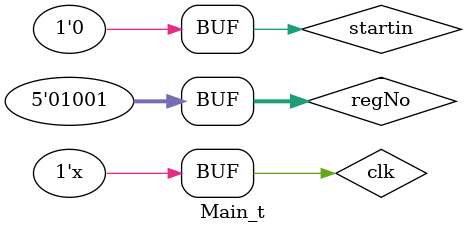
<source format=v>
`timescale 1ns / 1ps


module Main_t;

	// Inputs
	reg clk;
	reg startin;
	reg [4:0] regNo;

	// Outputs
	wire [31:0] val;

	// Instantiate the Unit Under Test (UUT)
	Main uut (
		.clk(clk), 
		.startin(startin), 
		.regNo(regNo), 
		.val(val)
	);

	initial begin
		// Initialize Inputs
		clk = 0;
		startin = 1;
		regNo = 9;
		
		//#100; 
		//clk = 1;
		
		#110;
		//#10;
		startin = 0;
		//#100;
		//clk = 0;
		//#100; 
		//clk = 1;
		

	end
	always #100 clk = ~clk;
endmodule


</source>
